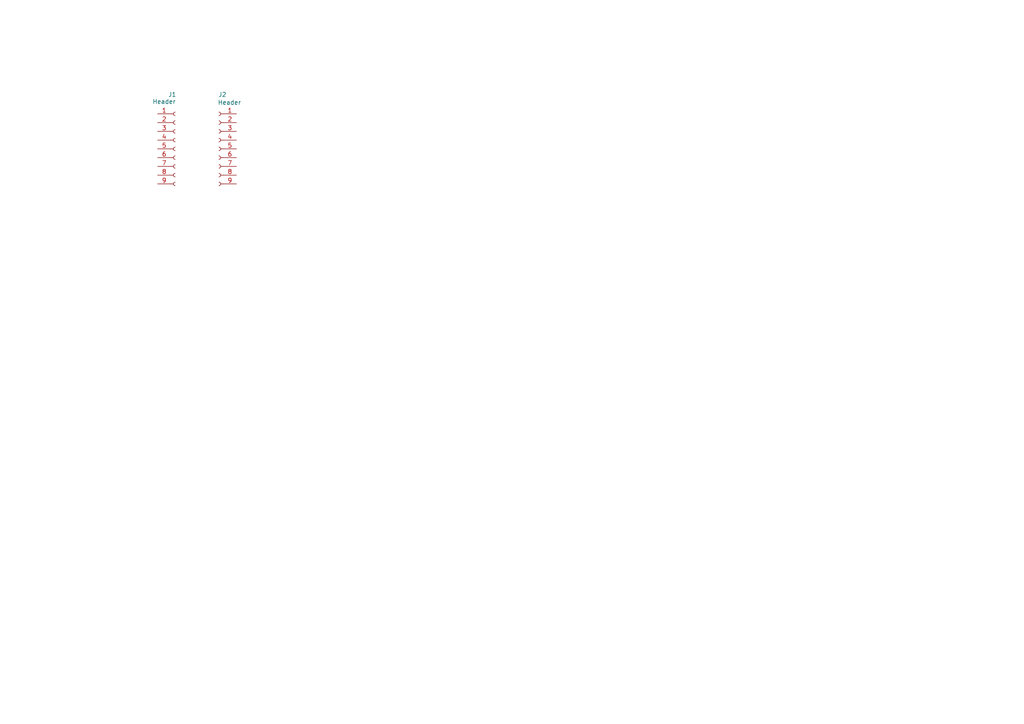
<source format=kicad_sch>
(kicad_sch (version 20231120) (generator "eeschema") (generator_version "8.0")
  (paper "A4")
  (lib_symbols
    (symbol "Connector:Conn_01x09_Socket" (pin_names (offset 1.016) hide)
      (property "Reference" "J" (at 0 12.7 0))
      (property "Value" "Conn_01x09_Socket" (at 0 -12.7 0))
      (symbol "Conn_01x09_Socket_1_1"
        (arc (start 0 -9.652) (mid -0.5058 -10.16) (end 0 -10.668) (stroke (width 0.1524)))
        (arc (start 0 -7.112) (mid -0.5058 -7.62) (end 0 -8.128) (stroke (width 0.1524)))
        (arc (start 0 -4.572) (mid -0.5058 -5.08) (end 0 -5.588) (stroke (width 0.1524)))
        (arc (start 0 -2.032) (mid -0.5058 -2.54) (end 0 -3.048) (stroke (width 0.1524)))
        (polyline (pts (xy -1.27 -10.16) (xy -0.508 -10.16)) (stroke (width 0.1524)))
        (polyline (pts (xy -1.27 -7.62) (xy -0.508 -7.62)) (stroke (width 0.1524)))
        (polyline (pts (xy -1.27 -5.08) (xy -0.508 -5.08)) (stroke (width 0.1524)))
        (polyline (pts (xy -1.27 -2.54) (xy -0.508 -2.54)) (stroke (width 0.1524)))
        (polyline (pts (xy -1.27 0) (xy -0.508 0)) (stroke (width 0.1524)))
        (polyline (pts (xy -1.27 2.54) (xy -0.508 2.54)) (stroke (width 0.1524)))
        (polyline (pts (xy -1.27 5.08) (xy -0.508 5.08)) (stroke (width 0.1524)))
        (polyline (pts (xy -1.27 7.62) (xy -0.508 7.62)) (stroke (width 0.1524)))
        (polyline (pts (xy -1.27 10.16) (xy -0.508 10.16)) (stroke (width 0.1524)))
        (arc (start 0 0.508) (mid -0.5058 0) (end 0 -0.508) (stroke (width 0.1524)))
        (arc (start 0 3.048) (mid -0.5058 2.54) (end 0 2.032) (stroke (width 0.1524)))
        (arc (start 0 5.588) (mid -0.5058 5.08) (end 0 4.572) (stroke (width 0.1524)))
        (arc (start 0 8.128) (mid -0.5058 7.62) (end 0 7.112) (stroke (width 0.1524)))
        (arc (start 0 10.668) (mid -0.5058 10.16) (end 0 9.652) (stroke (width 0.1524)))
        (pin passive line (at -5.08 10.16 0) (length 3.81) (name "Pin_1") (number "1"))
        (pin passive line (at -5.08 7.62 0) (length 3.81) (name "Pin_2") (number "2"))
        (pin passive line (at -5.08 5.08 0) (length 3.81) (name "Pin_3") (number "3"))
        (pin passive line (at -5.08 2.54 0) (length 3.81) (name "Pin_4") (number "4"))
        (pin passive line (at -5.08 0 0) (length 3.81) (name "Pin_5") (number "5"))
        (pin passive line (at -5.08 -2.54 0) (length 3.81) (name "Pin_6") (number "6"))
        (pin passive line (at -5.08 -5.08 0) (length 3.81) (name "Pin_7") (number "7"))
        (pin passive line (at -5.08 -7.62 0) (length 3.81) (name "Pin_8") (number "8"))
        (pin passive line (at -5.08 -10.16 0) (length 3.81) (name "Pin_9") (number "9"))
      )
    )
  )
  (symbol (lib_id "Connector:Conn_01x09_Socket") (at 50.8 43.18 0) (unit 1)
    (property "Reference" "J1" (at 48.768 27.432 0) (effects (justify left)))
    (property "Value" "Header" (at 44.196 29.464 0) (effects (justify left)))
    (property "Description" "Generic connector, single row, 01x09, script generated" (effects (hide yes)))
  )
  (symbol (lib_id "Connector:Conn_01x09_Socket") (at 63.5 43.18 0) (mirror y) (unit 1)
    (property "Reference" "J2" (at 64.516 27.432 0))
    (property "Value" "Header" (at 66.548 29.718 0))
    (property "Description" "Generic connector, single row, 01x09, script generated" (effects (hide yes)))
  )
)
</source>
